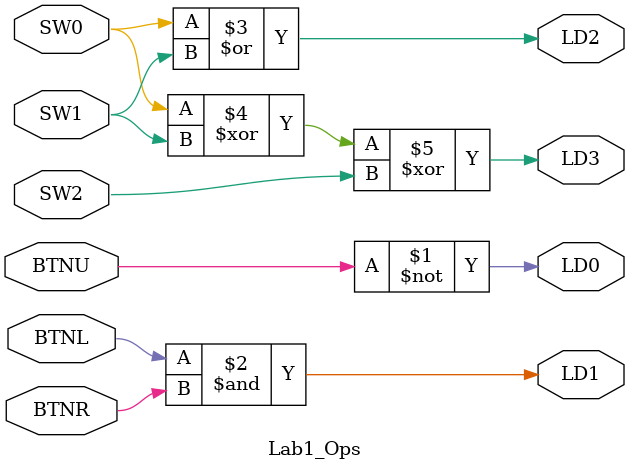
<source format=v>
`timescale 1ns / 1ps


module Lab1_Ops(
    input BTNU,
    output LD0,
    input BTNL,
    input BTNR,
    output LD1,
    input SW0,
    input SW1,
    input SW2,
    output LD2,
    output LD3
    );
    
    assign LD0 = ~BTNU;
    assign LD1 = BTNL & BTNR;
    assign LD2 = SW0 | SW1;
    assign LD3 = SW0 ^ SW1 ^ SW2;
    
endmodule

</source>
